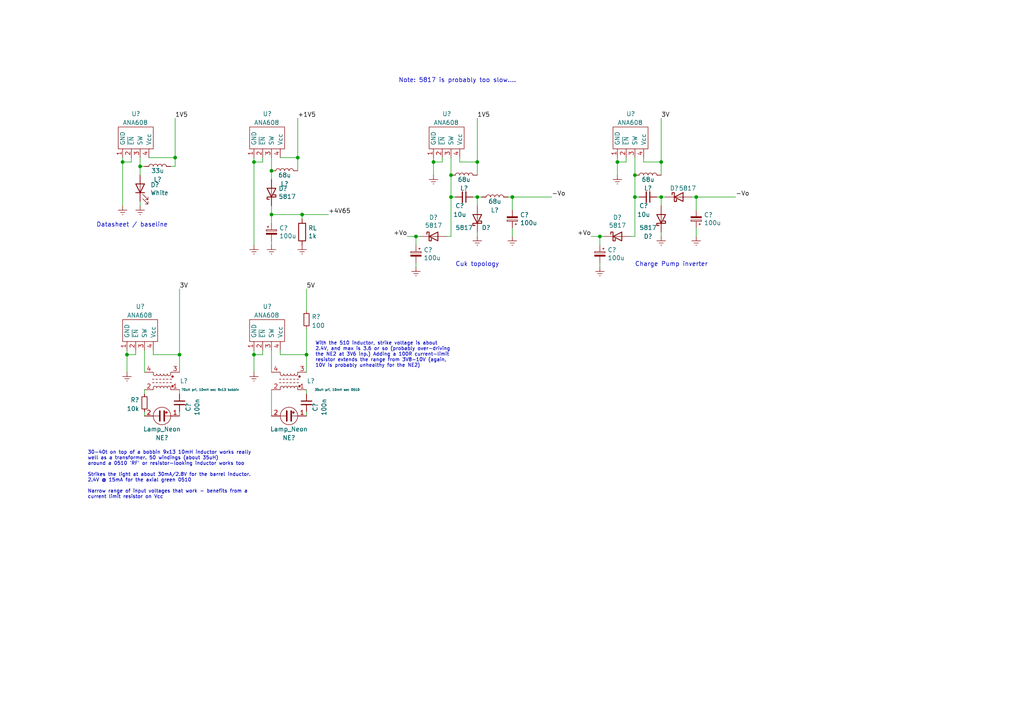
<source format=kicad_sch>
(kicad_sch (version 20211123) (generator eeschema)
  (paper "A4")
  (lib_symbols
    (symbol "ANA608:ANA608" (pin_names (offset 1.016))
      (property "Reference" "U" (at 0 6.35 0))
      (property "Value" "ANA608_ANA608" (at 0 3.81 0))
      (symbol "ANA608_0_1"
        (rectangle (start -5.08 2.54) (end 5.08 -3.81))
      )
      (symbol "ANA608_1_1"
        (pin power_in line (at -3.81 -6.35 90) (length 2.54) (name "GND") (number "1"))
        (pin input line (at -1.27 -6.35 90) (length 2.54) (name "~{EN}") (number "2"))
        (pin open_collector line (at 1.27 -6.35 90) (length 2.54) (name "SW") (number "3"))
        (pin power_in line (at 3.81 -6.35 90) (length 2.54) (name "Vcc") (number "4"))
      )
    )
    (symbol "Device:CP_Small" (pin_numbers hide) (pin_names (offset 0.254) hide)
      (property "Reference" "C" (at 0.254 1.778 0))
      (property "Value" "Device_CP_Small" (at 0.254 -2.032 0))
      (symbol "CP_Small_0_1"
        (rectangle (start -1.524 -0.3048) (end 1.524 -0.6858) (fill (type outline)))
        (rectangle (start -1.524 0.6858) (end 1.524 0.3048))
        (polyline (pts (xy -1.27 1.524) (xy -0.762 1.524)))
        (polyline (pts (xy -1.016 1.27) (xy -1.016 1.778)))
      )
      (symbol "CP_Small_1_1"
        (pin passive line (at 0 2.54 270) (length 1.8542) (name "~") (number "1"))
        (pin passive line (at 0 -2.54 90) (length 1.8542) (name "~") (number "2"))
      )
    )
    (symbol "Device:C_Small" (pin_numbers hide) (pin_names (offset 0.254) hide)
      (property "Reference" "C" (at 0.254 1.778 0))
      (property "Value" "C_Small" (at 0.254 -2.032 0))
      (symbol "C_Small_0_1"
        (polyline (pts (xy -1.524 -0.508) (xy 1.524 -0.508)) (stroke (width 0.3302)))
        (polyline (pts (xy -1.524 0.508) (xy 1.524 0.508)) (stroke (width 0.3048)))
      )
      (symbol "C_Small_1_1"
        (pin passive line (at 0 2.54 270) (length 2.032) (name "~") (number "1"))
        (pin passive line (at 0 -2.54 90) (length 2.032) (name "~") (number "2"))
      )
    )
    (symbol "Device:D_Schottky" (pin_numbers hide) (pin_names (offset 1.016) hide)
      (property "Reference" "D" (at 0 2.54 0))
      (property "Value" "D_Schottky" (at 0 -2.54 0))
      (symbol "D_Schottky_0_1"
        (polyline (pts (xy 1.27 0) (xy -1.27 0)))
        (polyline (pts (xy 1.27 1.27) (xy 1.27 -1.27) (xy -1.27 0) (xy 1.27 1.27)) (stroke (width 0.254)))
        (polyline (pts (xy -1.905 0.635) (xy -1.905 1.27) (xy -1.27 1.27) (xy -1.27 -1.27) (xy -0.635 -1.27) (xy -0.635 -0.635)) (stroke (width 0.254)))
      )
      (symbol "D_Schottky_1_1"
        (pin passive line (at -3.81 0 0) (length 2.54) (name "K") (number "1"))
        (pin passive line (at 3.81 0 180) (length 2.54) (name "A") (number "2"))
      )
    )
    (symbol "Device:L" (pin_numbers hide) (pin_names (offset 1.016) hide)
      (property "Reference" "L" (at -1.27 0 90))
      (property "Value" "L" (at 1.905 0 90))
      (symbol "L_0_1"
        (arc (start 0 -2.54) (mid 0.635 -1.905) (end 0 -1.27))
        (arc (start 0 -1.27) (mid 0.635 -0.635) (end 0 0))
        (arc (start 0 0) (mid 0.635 0.635) (end 0 1.27))
        (arc (start 0 1.27) (mid 0.635 1.905) (end 0 2.54))
      )
      (symbol "L_1_1"
        (pin passive line (at 0 3.81 270) (length 1.27) (name "1") (number "1"))
        (pin passive line (at 0 -3.81 90) (length 1.27) (name "2") (number "2"))
      )
    )
    (symbol "Device:LED" (pin_numbers hide) (pin_names (offset 1.016) hide)
      (property "Reference" "D" (at 0 2.54 0))
      (property "Value" "LED" (at 0 -2.54 0))
      (symbol "LED_0_1"
        (polyline (pts (xy -1.27 -1.27) (xy -1.27 1.27)) (stroke (width 0.254)))
        (polyline (pts (xy -1.27 0) (xy 1.27 0)))
        (polyline (pts (xy 1.27 -1.27) (xy 1.27 1.27) (xy -1.27 0) (xy 1.27 -1.27)) (stroke (width 0.254)))
        (polyline (pts (xy -3.048 -0.762) (xy -4.572 -2.286) (xy -3.81 -2.286) (xy -4.572 -2.286) (xy -4.572 -1.524)))
        (polyline (pts (xy -1.778 -0.762) (xy -3.302 -2.286) (xy -2.54 -2.286) (xy -3.302 -2.286) (xy -3.302 -1.524)))
      )
      (symbol "LED_1_1"
        (pin passive line (at -3.81 0 0) (length 2.54) (name "K") (number "1"))
        (pin passive line (at 3.81 0 180) (length 2.54) (name "A") (number "2"))
      )
    )
    (symbol "Device:L_Ferrite_Coupled" (pin_names (offset 0.254) hide)
      (property "Reference" "L" (at 0 4.445 0))
      (property "Value" "L_Ferrite_Coupled" (at 0 -4.445 0))
      (symbol "L_Ferrite_Coupled_0_1"
        (circle (center -3.048 -1.27) (radius 0.254) (fill (type outline)))
        (circle (center -3.048 1.524) (radius 0.254) (fill (type outline)))
        (arc (start -2.54 2.032) (mid -2.032 1.524) (end -1.524 2.032))
        (arc (start -1.524 -2.032) (mid -2.032 -1.524) (end -2.54 -2.032))
        (arc (start -1.524 2.032) (mid -1.016 1.524) (end -0.508 2.032))
        (arc (start -0.508 -2.032) (mid -1.016 -1.524) (end -1.524 -2.032))
        (arc (start -0.508 2.032) (mid 0 1.524) (end 0.508 2.032))
        (polyline (pts (xy -2.794 -0.508) (xy -2.286 -0.508)))
        (polyline (pts (xy -2.794 0.508) (xy -2.286 0.508)))
        (polyline (pts (xy -2.54 -2.032) (xy -2.54 -2.54)))
        (polyline (pts (xy -2.54 2.032) (xy -2.54 2.54)))
        (polyline (pts (xy -1.778 -0.508) (xy -1.27 -0.508)))
        (polyline (pts (xy -1.778 0.508) (xy -1.27 0.508)))
        (polyline (pts (xy -0.762 -0.508) (xy -0.254 -0.508)))
        (polyline (pts (xy -0.762 0.508) (xy -0.254 0.508)))
        (polyline (pts (xy 0.254 -0.508) (xy 0.762 -0.508)))
        (polyline (pts (xy 0.254 0.508) (xy 0.762 0.508)))
        (polyline (pts (xy 1.27 -0.508) (xy 1.778 -0.508)))
        (polyline (pts (xy 1.27 0.508) (xy 1.778 0.508)))
        (polyline (pts (xy 2.286 -0.508) (xy 2.794 -0.508)))
        (polyline (pts (xy 2.286 0.508) (xy 2.794 0.508)))
        (polyline (pts (xy 2.54 -2.032) (xy 2.54 -2.54)))
        (polyline (pts (xy 2.54 2.54) (xy 2.54 2.032)))
        (arc (start 0.508 -2.032) (mid 0 -1.524) (end -0.508 -2.032))
        (arc (start 0.508 2.032) (mid 1.016 1.524) (end 1.524 2.032))
        (arc (start 1.524 -2.032) (mid 1.016 -1.524) (end 0.508 -2.032))
        (arc (start 1.524 2.032) (mid 2.032 1.524) (end 2.54 2.032))
        (arc (start 2.54 -2.032) (mid 2.032 -1.524) (end 1.524 -2.032))
      )
      (symbol "L_Ferrite_Coupled_1_1"
        (pin passive line (at -5.08 2.54 0) (length 2.54) (name "1") (number "1"))
        (pin passive line (at 5.08 2.54 180) (length 2.54) (name "2") (number "2"))
        (pin passive line (at -5.08 -2.54 0) (length 2.54) (name "3") (number "3"))
        (pin passive line (at 5.08 -2.54 180) (length 2.54) (name "4") (number "4"))
      )
    )
    (symbol "Device:Lamp_Neon" (pin_names (offset 0.0254) hide)
      (property "Reference" "NE" (at 0.635 3.81 0))
      (property "Value" "Lamp_Neon" (at 0.635 -3.81 0))
      (symbol "Lamp_Neon_0_1"
        (rectangle (start -1.524 -0.508) (end 1.524 -0.762) (fill (type outline)))
        (rectangle (start -1.524 0.762) (end 1.524 0.508) (fill (type outline)))
        (polyline (pts (xy 0 -2.54) (xy 0 -0.762)))
        (polyline (pts (xy 0 0.762) (xy 0 2.54)))
        (circle (center 0 0) (radius 2.54))
        (circle (center 1.016 -1.27) (radius 0.254) (fill (type outline)))
      )
      (symbol "Lamp_Neon_1_1"
        (pin passive line (at 0 -5.08 90) (length 2.54) (name "~") (number "1"))
        (pin passive line (at 0 5.08 270) (length 2.54) (name "~") (number "2"))
      )
    )
    (symbol "Device:R" (pin_numbers hide) (pin_names (offset 0))
      (property "Reference" "R" (at 2.032 0 90))
      (property "Value" "R" (at 0 0 90))
      (symbol "R_0_1"
        (rectangle (start -1.016 -2.54) (end 1.016 2.54) (stroke (width 0.254)))
      )
      (symbol "R_1_1"
        (pin passive line (at 0 3.81 270) (length 1.27) (name "~") (number "1"))
        (pin passive line (at 0 -3.81 90) (length 1.27) (name "~") (number "2"))
      )
    )
    (symbol "Device:R_Small" (pin_numbers hide) (pin_names (offset 0.254) hide)
      (property "Reference" "R" (at 0.762 0.508 0))
      (property "Value" "R_Small" (at 0.762 -1.016 0))
      (symbol "R_Small_0_1"
        (rectangle (start -0.762 1.778) (end 0.762 -1.778) (stroke (width 0.2032)))
      )
      (symbol "R_Small_1_1"
        (pin passive line (at 0 2.54 270) (length 0.762) (name "~") (number "1"))
        (pin passive line (at 0 -2.54 90) (length 0.762) (name "~") (number "2"))
      )
    )
    (symbol "power:Earth" (power) (pin_names (offset 0))
      (symbol "Earth_0_1"
        (polyline (pts (xy -0.635 -1.905) (xy 0.635 -1.905)))
        (polyline (pts (xy -0.127 -2.54) (xy 0.127 -2.54)))
        (polyline (pts (xy 0 -1.27) (xy 0 0)))
        (polyline (pts (xy 1.27 -1.27) (xy -1.27 -1.27)))
      )
      (symbol "Earth_1_1"
        (pin power_in line (at 0 0 270) (length 0) hide (name "Earth") (number "1"))
      )
    )
  )
  (junction (at 184.15 50.8))
  (junction (at 35.56 46.99))
  (junction (at 88.9 102.87))
  (junction (at 179.07 46.99))
  (junction (at 87.63 62.23))
  (junction (at 130.81 50.8))
  (junction (at 78.74 49.53))
  (junction (at 73.66 46.99))
  (junction (at 86.36 45.72))
  (junction (at 120.65 68.58))
  (junction (at 50.8 45.72))
  (junction (at 138.43 57.15))
  (junction (at 36.83 102.87))
  (junction (at 130.81 57.15))
  (junction (at 52.07 102.87))
  (junction (at 173.99 68.58))
  (junction (at 184.15 57.15))
  (junction (at 40.64 48.26))
  (junction (at 125.73 46.99))
  (junction (at 138.43 46.99))
  (junction (at 73.66 102.87))
  (junction (at 191.77 46.99))
  (junction (at 148.59 57.15))
  (junction (at 78.74 62.23))
  (junction (at 201.93 57.15))
  (junction (at 191.77 57.15))
  (wire (pts (xy 88.9 90.17) (xy 88.9 83.82)))
  (wire (pts (xy 173.99 68.58) (xy 173.99 71.12)))
  (wire (pts (xy 38.1 45.72) (xy 38.1 46.99)))
  (wire (pts (xy 133.35 46.99) (xy 138.43 46.99)))
  (wire (pts (xy 125.73 46.99) (xy 125.73 50.8)))
  (wire (pts (xy 148.59 57.15) (xy 148.59 60.96)))
  (wire (pts (xy 76.2 102.87) (xy 73.66 102.87)))
  (wire (pts (xy 39.37 102.87) (xy 36.83 102.87)))
  (wire (pts (xy 137.16 57.15) (xy 138.43 57.15)))
  (wire (pts (xy 81.28 45.72) (xy 86.36 45.72)))
  (wire (pts (xy 78.74 59.69) (xy 78.74 62.23)))
  (wire (pts (xy 87.63 62.23) (xy 95.25 62.23)))
  (wire (pts (xy 88.9 95.25) (xy 88.9 102.87)))
  (wire (pts (xy 43.18 45.72) (xy 50.8 45.72)))
  (wire (pts (xy 38.1 46.99) (xy 35.56 46.99)))
  (wire (pts (xy 125.73 46.99) (xy 128.27 46.99)))
  (wire (pts (xy 40.64 45.72) (xy 40.64 48.26)))
  (wire (pts (xy 190.5 57.15) (xy 191.77 57.15)))
  (wire (pts (xy 139.7 57.15) (xy 138.43 57.15)))
  (wire (pts (xy 181.61 46.99) (xy 181.61 45.72)))
  (wire (pts (xy 191.77 46.99) (xy 191.77 34.29)))
  (wire (pts (xy 35.56 46.99) (xy 35.56 59.69)))
  (wire (pts (xy 147.32 57.15) (xy 148.59 57.15)))
  (wire (pts (xy 41.91 119.38) (xy 41.91 120.65)))
  (wire (pts (xy 173.99 68.58) (xy 171.45 68.58)))
  (wire (pts (xy 78.74 52.07) (xy 78.74 49.53)))
  (wire (pts (xy 138.43 46.99) (xy 138.43 34.29)))
  (wire (pts (xy 44.45 101.6) (xy 44.45 102.87)))
  (wire (pts (xy 120.65 76.2) (xy 120.65 77.47)))
  (wire (pts (xy 50.8 48.26) (xy 50.8 45.72)))
  (wire (pts (xy 52.07 120.65) (xy 52.07 119.38)))
  (wire (pts (xy 121.92 68.58) (xy 120.65 68.58)))
  (wire (pts (xy 138.43 46.99) (xy 138.43 50.8)))
  (wire (pts (xy 44.45 102.87) (xy 52.07 102.87)))
  (wire (pts (xy 186.69 46.99) (xy 191.77 46.99)))
  (wire (pts (xy 191.77 68.58) (xy 191.77 67.31)))
  (wire (pts (xy 76.2 45.72) (xy 76.2 46.99)))
  (wire (pts (xy 52.07 114.3) (xy 52.07 113.03)))
  (wire (pts (xy 73.66 46.99) (xy 73.66 45.72)))
  (wire (pts (xy 184.15 57.15) (xy 185.42 57.15)))
  (wire (pts (xy 78.74 69.85) (xy 78.74 71.12)))
  (wire (pts (xy 184.15 50.8) (xy 184.15 57.15)))
  (wire (pts (xy 36.83 102.87) (xy 36.83 101.6)))
  (wire (pts (xy 120.65 68.58) (xy 120.65 71.12)))
  (wire (pts (xy 50.8 45.72) (xy 50.8 34.29)))
  (wire (pts (xy 88.9 114.3) (xy 88.9 113.03)))
  (wire (pts (xy 130.81 68.58) (xy 129.54 68.58)))
  (wire (pts (xy 138.43 57.15) (xy 138.43 59.69)))
  (wire (pts (xy 130.81 50.8) (xy 130.81 57.15)))
  (wire (pts (xy 191.77 46.99) (xy 191.77 50.8)))
  (wire (pts (xy 175.26 68.58) (xy 173.99 68.58)))
  (wire (pts (xy 78.74 113.03) (xy 78.74 120.65)))
  (wire (pts (xy 201.93 68.58) (xy 201.93 66.04)))
  (wire (pts (xy 73.66 102.87) (xy 73.66 107.95)))
  (wire (pts (xy 36.83 102.87) (xy 36.83 107.95)))
  (wire (pts (xy 179.07 46.99) (xy 179.07 45.72)))
  (wire (pts (xy 130.81 45.72) (xy 130.81 50.8)))
  (wire (pts (xy 52.07 102.87) (xy 52.07 107.95)))
  (wire (pts (xy 133.35 45.72) (xy 133.35 46.99)))
  (wire (pts (xy 40.64 48.26) (xy 40.64 50.8)))
  (wire (pts (xy 191.77 57.15) (xy 191.77 59.69)))
  (wire (pts (xy 35.56 45.72) (xy 35.56 46.99)))
  (wire (pts (xy 120.65 68.58) (xy 118.11 68.58)))
  (wire (pts (xy 138.43 68.58) (xy 138.43 67.31)))
  (wire (pts (xy 128.27 46.99) (xy 128.27 45.72)))
  (wire (pts (xy 52.07 83.82) (xy 52.07 102.87)))
  (wire (pts (xy 39.37 101.6) (xy 39.37 102.87)))
  (wire (pts (xy 41.91 114.3) (xy 41.91 113.03)))
  (wire (pts (xy 78.74 62.23) (xy 78.74 64.77)))
  (wire (pts (xy 173.99 76.2) (xy 173.99 77.47)))
  (wire (pts (xy 179.07 46.99) (xy 181.61 46.99)))
  (wire (pts (xy 184.15 68.58) (xy 182.88 68.58)))
  (wire (pts (xy 76.2 101.6) (xy 76.2 102.87)))
  (wire (pts (xy 78.74 45.72) (xy 78.74 49.53)))
  (wire (pts (xy 130.81 57.15) (xy 132.08 57.15)))
  (wire (pts (xy 40.64 59.69) (xy 40.64 58.42)))
  (wire (pts (xy 125.73 46.99) (xy 125.73 45.72)))
  (wire (pts (xy 148.59 57.15) (xy 160.02 57.15)))
  (wire (pts (xy 78.74 62.23) (xy 87.63 62.23)))
  (wire (pts (xy 41.91 101.6) (xy 41.91 107.95)))
  (wire (pts (xy 186.69 45.72) (xy 186.69 46.99)))
  (wire (pts (xy 49.53 48.26) (xy 50.8 48.26)))
  (wire (pts (xy 76.2 46.99) (xy 73.66 46.99)))
  (wire (pts (xy 148.59 68.58) (xy 148.59 66.04)))
  (wire (pts (xy 179.07 46.99) (xy 179.07 50.8)))
  (wire (pts (xy 88.9 102.87) (xy 88.9 107.95)))
  (wire (pts (xy 86.36 45.72) (xy 86.36 49.53)))
  (wire (pts (xy 73.66 46.99) (xy 73.66 71.12)))
  (wire (pts (xy 41.91 48.26) (xy 40.64 48.26)))
  (wire (pts (xy 81.28 102.87) (xy 88.9 102.87)))
  (wire (pts (xy 184.15 45.72) (xy 184.15 50.8)))
  (wire (pts (xy 87.63 63.5) (xy 87.63 62.23)))
  (wire (pts (xy 193.04 57.15) (xy 191.77 57.15)))
  (wire (pts (xy 86.36 45.72) (xy 86.36 34.29)))
  (wire (pts (xy 200.66 57.15) (xy 201.93 57.15)))
  (wire (pts (xy 201.93 57.15) (xy 201.93 60.96)))
  (wire (pts (xy 78.74 101.6) (xy 78.74 107.95)))
  (wire (pts (xy 88.9 120.65) (xy 88.9 119.38)))
  (wire (pts (xy 81.28 101.6) (xy 81.28 102.87)))
  (wire (pts (xy 73.66 102.87) (xy 73.66 101.6)))
  (wire (pts (xy 201.93 57.15) (xy 213.36 57.15)))
  (wire (pts (xy 184.15 57.15) (xy 184.15 68.58)))
  (wire (pts (xy 130.81 57.15) (xy 130.81 68.58)))
  (text "With the 510 inductor, strike voltage is about\n2.4V, and max is 3.6 or so (probably over-driving\nthe NE2 at 3V6 inp.) Adding a 100R current-limit\nresistor extends the range from 3V8-10V (again, \n10V is probably unhealthy for the NE2)" (at 91.44 106.68 0) (effects (font (size 1 1)) (justify left bottom)))
  (text "Note: 5817 is probably too slow...." (at 115.57 24.13 0) (effects (font (size 1.27 1.27)) (justify left bottom)))
  (text "Cuk topology" (at 132.08 77.47 0) (effects (font (size 1.27 1.27)) (justify left bottom)))
  (text "Charge Pump inverter" (at 184.15 77.47 0) (effects (font (size 1.27 1.27)) (justify left bottom)))
  (text "Datasheet / baseline" (at 27.94 66.04 0) (effects (font (size 1.27 1.27)) (justify left bottom)))
  (text "30-40t on top of a bobbin 9x13 10mH inductor works really\nwell as a transformer. 50 windings (about 35uH) \naround a 0510 'RF' or resistor-looking inductor works too\n\nStrikes the light at about 30mA/2.8V for the barrel inductor. \n2.4V @ 15mA for the axial green 0510\n\nNarrow range of input voltages that work - benefits from a \ncurrent limit resistor on Vcc" (at 25.4 144.78 0) (effects (font (size 1 1)) (justify left bottom)))
  (label "3V" (at 191.77 34.29 0))
  (label "-Vo" (at 213.36 57.15 0))
  (label "1V5" (at 50.8 34.29 0))
  (label "1V5" (at 138.43 34.29 0))
  (label "+Vo" (at 171.45 68.58 180))
  (label "+Vo" (at 118.11 68.58 180))
  (label "+4V65" (at 95.25 62.23 0))
  (label "5V" (at 88.9 83.82 0))
  (label "-Vo" (at 160.02 57.15 0))
  (label "3V" (at 52.07 83.82 0))
  (label "+1V5" (at 86.36 34.29 0))
  (symbol (lib_id "ANA608:ANA608") (at 39.37 39.37 0) (unit 1)
    (property "Reference" "U?" (at 38.1 33.02 0) (effects (justify left)))
    (property "Value" "ANA608" (at 35.56 35.56 0) (effects (justify left)))
  )
  (symbol (lib_id "power:Earth") (at 35.56 59.69 0) (unit 1)
    (property "Reference" "#PWR?" (effects hide))
    (property "Value" "Earth" (effects hide))
  )
  (symbol (lib_id "Device:LED") (at 40.64 54.61 90) (unit 1)
    (property "Reference" "D?" (at 43.6372 53.6194 90) (effects (justify right)))
    (property "Value" "White" (at 43.6372 55.9308 90) (effects (justify right)))
  )
  (symbol (lib_id "power:Earth") (at 40.64 59.69 0) (unit 1)
    (property "Reference" "#PWR?" (effects hide))
    (property "Value" "Earth" (effects hide))
  )
  (symbol (lib_id "Device:L") (at 45.72 48.26 90) (unit 1)
    (property "Reference" "L?" (at 45.72 52.07 90))
    (property "Value" "33u" (at 45.72 49.53 90))
  )
  (symbol (lib_id "ANA608:ANA608") (at 77.47 39.37 0) (unit 1)
    (property "Reference" "U?" (at 76.2 33.02 0) (effects (justify left)))
    (property "Value" "ANA608" (at 73.66 35.56 0) (effects (justify left)))
  )
  (symbol (lib_id "power:Earth") (at 73.66 71.12 0) (unit 1)
    (property "Reference" "#PWR?" (effects hide))
    (property "Value" "Earth" (effects hide))
  )
  (symbol (lib_id "Device:L") (at 82.55 49.53 90) (unit 1)
    (property "Reference" "L?" (at 82.55 53.34 90))
    (property "Value" "68u" (at 82.55 50.8 90))
  )
  (symbol (lib_id "Device:D_Schottky") (at 78.74 55.88 90) (unit 1)
    (property "Reference" "D?" (at 80.772 54.7116 90) (effects (justify right)))
    (property "Value" "5817" (at 80.772 57.023 90) (effects (justify right)))
  )
  (symbol (lib_id "Device:CP_Small") (at 78.74 67.31 0) (unit 1)
    (property "Reference" "C?" (at 80.9752 66.1416 0) (effects (justify left)))
    (property "Value" "100u" (at 80.9752 68.453 0) (effects (justify left)))
  )
  (symbol (lib_id "power:Earth") (at 78.74 71.12 0) (unit 1)
    (property "Reference" "#PWR?" (effects hide))
    (property "Value" "Earth" (effects hide))
  )
  (symbol (lib_id "Device:R") (at 87.63 67.31 0) (unit 1)
    (property "Reference" "RL" (at 89.408 66.1416 0) (effects (justify left)))
    (property "Value" "1k" (at 89.408 68.453 0) (effects (justify left)))
  )
  (symbol (lib_id "power:Earth") (at 87.63 71.12 0) (unit 1)
    (property "Reference" "#PWR?" (effects hide))
    (property "Value" "Earth" (effects hide))
  )
  (symbol (lib_id "ANA608:ANA608") (at 129.54 39.37 0) (unit 1)
    (property "Reference" "U?" (at 128.27 33.02 0) (effects (justify left)))
    (property "Value" "ANA608" (at 125.73 35.56 0) (effects (justify left)))
  )
  (symbol (lib_id "power:Earth") (at 125.73 50.8 0) (unit 1)
    (property "Reference" "#PWR?" (effects hide))
    (property "Value" "Earth" (effects hide))
  )
  (symbol (lib_id "Device:L") (at 134.62 50.8 90) (unit 1)
    (property "Reference" "L?" (at 134.62 54.61 90))
    (property "Value" "68u" (at 134.62 52.07 90))
  )
  (symbol (lib_id "Device:D_Schottky") (at 125.73 68.58 0) (unit 1)
    (property "Reference" "D?" (at 125.73 63.0682 0))
    (property "Value" "5817" (at 125.73 65.3796 0))
  )
  (symbol (lib_id "Device:C_Small") (at 134.62 57.15 270) (unit 1)
    (property "Reference" "C?" (at 133.35 59.69 90))
    (property "Value" "10u" (at 133.35 62.23 90))
  )
  (symbol (lib_id "Device:D_Schottky") (at 138.43 63.5 90) (unit 1)
    (property "Reference" "D?" (at 139.7 66.04 90) (effects (justify right)))
    (property "Value" "5817" (at 132.08 66.04 90) (effects (justify right)))
  )
  (symbol (lib_id "power:Earth") (at 138.43 68.58 0) (unit 1)
    (property "Reference" "#PWR?" (effects hide))
    (property "Value" "Earth" (effects hide))
  )
  (symbol (lib_id "Device:L") (at 143.51 57.15 90) (unit 1)
    (property "Reference" "L?" (at 143.51 60.96 90))
    (property "Value" "68u" (at 143.51 58.42 90))
  )
  (symbol (lib_id "Device:CP_Small") (at 148.59 63.5 180) (unit 1)
    (property "Reference" "C?" (at 150.8252 62.3316 0) (effects (justify right)))
    (property "Value" "100u" (at 150.8252 64.643 0) (effects (justify right)))
  )
  (symbol (lib_id "power:Earth") (at 148.59 68.58 0) (unit 1)
    (property "Reference" "#PWR?" (effects hide))
    (property "Value" "Earth" (effects hide))
  )
  (symbol (lib_id "Device:CP_Small") (at 120.65 73.66 0) (mirror y) (unit 1)
    (property "Reference" "C?" (at 122.8852 72.4916 0) (effects (justify right)))
    (property "Value" "100u" (at 122.8852 74.803 0) (effects (justify right)))
  )
  (symbol (lib_id "power:Earth") (at 120.65 77.47 0) (unit 1)
    (property "Reference" "#PWR?" (effects hide))
    (property "Value" "Earth" (effects hide))
  )
  (symbol (lib_id "ANA608:ANA608") (at 182.88 39.37 0) (unit 1)
    (property "Reference" "U?" (at 181.61 33.02 0) (effects (justify left)))
    (property "Value" "ANA608" (at 179.07 35.56 0) (effects (justify left)))
  )
  (symbol (lib_id "power:Earth") (at 179.07 50.8 0) (unit 1)
    (property "Reference" "#PWR?" (effects hide))
    (property "Value" "Earth" (effects hide))
  )
  (symbol (lib_id "Device:L") (at 187.96 50.8 90) (unit 1)
    (property "Reference" "L?" (at 187.96 54.61 90))
    (property "Value" "68u" (at 187.96 52.07 90))
  )
  (symbol (lib_id "Device:D_Schottky") (at 179.07 68.58 0) (unit 1)
    (property "Reference" "D?" (at 179.07 63.0682 0))
    (property "Value" "5817" (at 179.07 65.3796 0))
  )
  (symbol (lib_id "Device:C_Small") (at 187.96 57.15 270) (unit 1)
    (property "Reference" "C?" (at 186.69 59.69 90))
    (property "Value" "10u" (at 186.69 62.23 90))
  )
  (symbol (lib_id "Device:D_Schottky") (at 191.77 63.5 90) (unit 1)
    (property "Reference" "D?" (at 186.69 68.58 90) (effects (justify right)))
    (property "Value" "5817" (at 185.42 66.04 90) (effects (justify right)))
  )
  (symbol (lib_id "power:Earth") (at 191.77 68.58 0) (unit 1)
    (property "Reference" "#PWR?" (effects hide))
    (property "Value" "Earth" (effects hide))
  )
  (symbol (lib_id "Device:CP_Small") (at 201.93 63.5 180) (unit 1)
    (property "Reference" "C?" (at 204.1652 62.3316 0) (effects (justify right)))
    (property "Value" "100u" (at 204.1652 64.643 0) (effects (justify right)))
  )
  (symbol (lib_id "power:Earth") (at 201.93 68.58 0) (unit 1)
    (property "Reference" "#PWR?" (effects hide))
    (property "Value" "Earth" (effects hide))
  )
  (symbol (lib_id "Device:CP_Small") (at 173.99 73.66 0) (mirror y) (unit 1)
    (property "Reference" "C?" (at 176.2252 72.4916 0) (effects (justify right)))
    (property "Value" "100u" (at 176.2252 74.803 0) (effects (justify right)))
  )
  (symbol (lib_id "power:Earth") (at 173.99 77.47 0) (unit 1)
    (property "Reference" "#PWR?" (effects hide))
    (property "Value" "Earth" (effects hide))
  )
  (symbol (lib_id "Device:D_Schottky") (at 196.85 57.15 0) (unit 1)
    (property "Reference" "D?" (at 196.85 54.61 0) (effects (justify right)))
    (property "Value" "5817" (at 201.93 54.61 0) (effects (justify right)))
  )
  (symbol (lib_id "power:Earth") (at 36.83 107.95 0) (unit 1)
    (property "Reference" "#PWR?" (effects hide))
    (property "Value" "Earth" (effects hide))
  )
  (symbol (lib_id "Device:L_Ferrite_Coupled") (at 46.99 110.49 180) (unit 1)
    (property "Reference" "L?" (at 53.34 110.49 0))
    (property "Value" "70uH pri, 10mH sec 9x13 bobbin" (at 60.96 113.03 0) (effects (font (size 0.65 0.65))))
  )
  (symbol (lib_id "Device:R_Small") (at 88.9 92.71 0) (unit 1)
    (property "Reference" "R?" (at 90.3986 91.8753 0) (effects (justify left)))
    (property "Value" "100" (at 90.3986 94.4122 0) (effects (justify left)))
  )
  (symbol (lib_id "ANA608:ANA608") (at 77.47 95.25 0) (unit 1)
    (property "Reference" "U?" (at 76.2 88.9 0) (effects (justify left)))
    (property "Value" "ANA608" (at 73.66 91.44 0) (effects (justify left)))
  )
  (symbol (lib_id "Device:L_Ferrite_Coupled") (at 83.82 110.49 180) (unit 1)
    (property "Reference" "L?" (at 90.17 110.49 0))
    (property "Value" "35uH pri, 10mH sec 0510" (at 97.79 113.03 0) (effects (font (size 0.65 0.65))))
  )
  (symbol (lib_id "Device:Lamp_Neon") (at 46.99 120.65 90) (unit 1)
    (property "Reference" "NE?" (at 46.99 127 90))
    (property "Value" "Lamp_Neon" (at 46.99 124.46 90))
  )
  (symbol (lib_id "Device:C_Small") (at 52.07 116.84 0) (unit 1)
    (property "Reference" "C?" (at 54.61 118.11 90))
    (property "Value" "100n" (at 57.15 118.11 90))
  )
  (symbol (lib_id "Device:R_Small") (at 41.91 116.84 0) (mirror x) (unit 1)
    (property "Reference" "R?" (at 40.4115 116.0053 0) (effects (justify right)))
    (property "Value" "10k" (at 40.4115 118.5422 0) (effects (justify right)))
  )
  (symbol (lib_id "power:Earth") (at 73.66 107.95 0) (unit 1)
    (property "Reference" "#PWR?" (effects hide))
    (property "Value" "Earth" (effects hide))
  )
  (symbol (lib_id "ANA608:ANA608") (at 40.64 95.25 0) (unit 1)
    (property "Reference" "U?" (at 39.37 88.9 0) (effects (justify left)))
    (property "Value" "ANA608" (at 36.83 91.44 0) (effects (justify left)))
  )
  (symbol (lib_id "Device:C_Small") (at 88.9 116.84 0) (unit 1)
    (property "Reference" "C?" (at 91.44 118.11 90))
    (property "Value" "100n" (at 93.98 118.11 90))
  )
  (symbol (lib_id "Device:Lamp_Neon") (at 83.82 120.65 90) (unit 1)
    (property "Reference" "NE?" (at 83.82 127 90))
    (property "Value" "Lamp_Neon" (at 83.82 124.46 90))
  )
)
</source>
